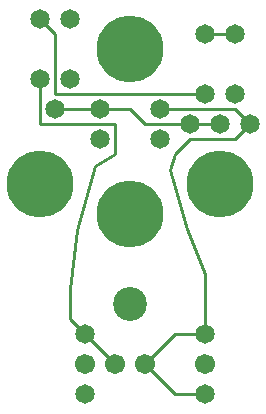
<source format=gbl>
%MOIN*%
%FSLAX25Y25*%
G04 D10 used for Character Trace; *
G04     Circle (OD=.01000) (No hole)*
G04 D11 used for Power Trace; *
G04     Circle (OD=.06700) (No hole)*
G04 D12 used for Signal Trace; *
G04     Circle (OD=.01100) (No hole)*
G04 D13 used for Via; *
G04     Circle (OD=.05800) (Round. Hole ID=.02800)*
G04 D14 used for Component hole; *
G04     Circle (OD=.06500) (Round. Hole ID=.03500)*
G04 D15 used for Component hole; *
G04     Circle (OD=.06700) (Round. Hole ID=.04300)*
G04 D16 used for Component hole; *
G04     Circle (OD=.08100) (Round. Hole ID=.05100)*
G04 D17 used for Component hole; *
G04     Circle (OD=.08900) (Round. Hole ID=.05900)*
G04 D18 used for Component hole; *
G04     Circle (OD=.11300) (Round. Hole ID=.08300)*
G04 D19 used for Component hole; *
G04     Circle (OD=.16000) (Round. Hole ID=.13000)*
G04 D20 used for Component hole; *
G04     Circle (OD=.18300) (Round. Hole ID=.15300)*
G04 D21 used for Component hole; *
G04     Circle (OD=.22291) (Round. Hole ID=.19291)*
%ADD10C,.01000*%
%ADD11C,.06700*%
%ADD12C,.01100*%
%ADD13C,.05800*%
%ADD14C,.06500*%
%ADD15C,.06700*%
%ADD16C,.08100*%
%ADD17C,.08900*%
%ADD18C,.11300*%
%ADD19C,.16000*%
%ADD20C,.18300*%
%ADD21C,.22291*%
%IPPOS*%
%LPD*%
G90*X0Y0D02*D14*X30000Y30000D03*D12*              
X40000Y20000D01*D15*D03*D12*X30000Y30000D02*      
X25000Y35000D01*Y45000D01*D18*X45000Y40000D03*D15*
X50000Y20000D03*D12*X60000Y10000D01*X70000D01*D14*
D03*D15*Y20000D03*D12*X50000D02*X60000Y30000D01*  
X70000D01*D14*D03*D12*Y50000D01*D21*              
X45000Y70000D03*X75000Y80000D03*D14*              
X30000Y10000D03*D12*X60000Y90000D02*              
X65000Y95000D01*X80000D01*X85000Y100000D01*D14*   
D03*D12*X80000Y105000D01*X55000D01*D14*D03*D12*   
X50000Y100000D02*X65000D01*D14*D03*D12*X75000D01* 
D14*D03*X80000Y110000D03*X70000D03*D12*X20000D01* 
Y130000D01*X15000Y135000D01*D14*D03*X25000D03*    
X15000Y115000D03*D12*Y100000D01*X40000D01*        
Y90000D01*D14*X35000Y95000D03*D12*                
X50000Y100000D02*X45000Y105000D01*X35000D01*D14*  
D03*D12*X20000D01*D14*D03*X25000Y115000D03*D21*   
X15000Y80000D03*X45000Y125000D03*D14*             
X55000Y95000D03*X70000Y130000D03*D12*X80000D01*   
D14*D03*D15*X30000Y20000D03*D10*X27466Y64800D02*  
X33533Y86000D01*X25000Y45000D02*X27466Y64800D01*  
X40000Y90000D02*X33533Y86000D01*X58316Y84933D02*  
X63983Y65266D01*X60000Y90000D02*X58316Y84933D01*  
X70000Y50000D02*X63983Y65266D01*M02*              

</source>
